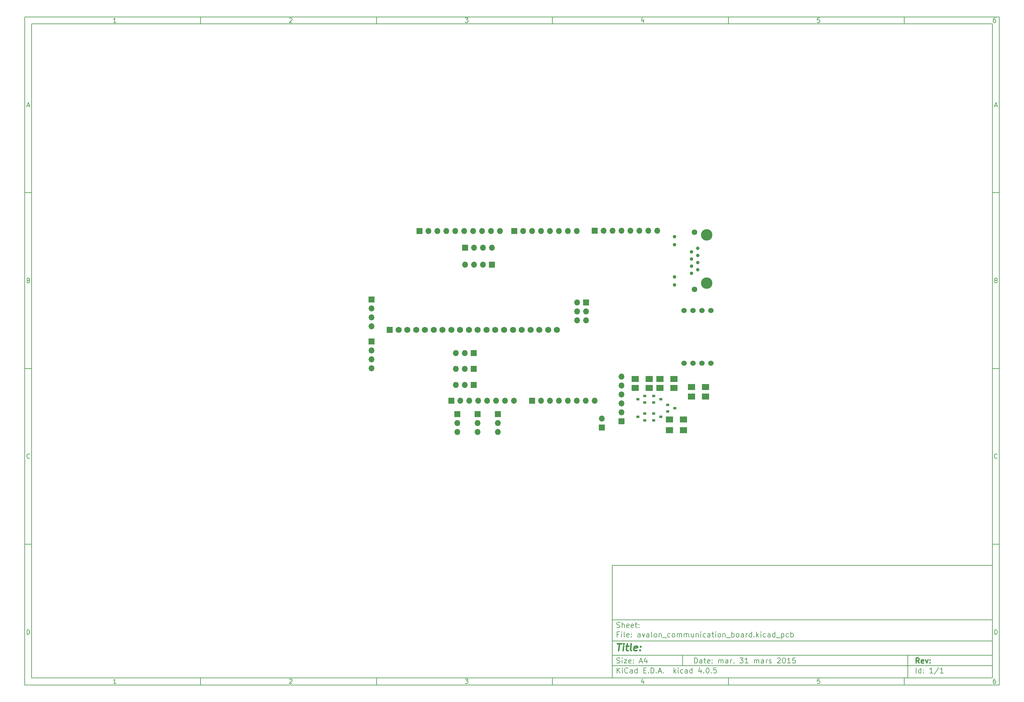
<source format=gbs>
G04 #@! TF.FileFunction,Soldermask,Bot*
%FSLAX46Y46*%
G04 Gerber Fmt 4.6, Leading zero omitted, Abs format (unit mm)*
G04 Created by KiCad (PCBNEW 4.0.5) date 03/17/18 11:36:00*
%MOMM*%
%LPD*%
G01*
G04 APERTURE LIST*
%ADD10C,0.100000*%
%ADD11C,0.150000*%
%ADD12C,0.300000*%
%ADD13C,0.400000*%
%ADD14C,3.250000*%
%ADD15C,1.000000*%
%ADD16C,1.600000*%
%ADD17R,1.700000X1.700000*%
%ADD18O,1.700000X1.700000*%
%ADD19R,1.750000X1.750000*%
%ADD20C,1.750000*%
%ADD21R,0.900000X0.800000*%
%ADD22R,2.000000X1.700000*%
%ADD23C,1.524000*%
G04 APERTURE END LIST*
D10*
D11*
X177002200Y-166007200D02*
X177002200Y-198007200D01*
X285002200Y-198007200D01*
X285002200Y-166007200D01*
X177002200Y-166007200D01*
D10*
D11*
X10000000Y-10000000D02*
X10000000Y-200007200D01*
X287002200Y-200007200D01*
X287002200Y-10000000D01*
X10000000Y-10000000D01*
D10*
D11*
X12000000Y-12000000D02*
X12000000Y-198007200D01*
X285002200Y-198007200D01*
X285002200Y-12000000D01*
X12000000Y-12000000D01*
D10*
D11*
X60000000Y-12000000D02*
X60000000Y-10000000D01*
D10*
D11*
X110000000Y-12000000D02*
X110000000Y-10000000D01*
D10*
D11*
X160000000Y-12000000D02*
X160000000Y-10000000D01*
D10*
D11*
X210000000Y-12000000D02*
X210000000Y-10000000D01*
D10*
D11*
X260000000Y-12000000D02*
X260000000Y-10000000D01*
D10*
D11*
X35990476Y-11588095D02*
X35247619Y-11588095D01*
X35619048Y-11588095D02*
X35619048Y-10288095D01*
X35495238Y-10473810D01*
X35371429Y-10597619D01*
X35247619Y-10659524D01*
D10*
D11*
X85247619Y-10411905D02*
X85309524Y-10350000D01*
X85433333Y-10288095D01*
X85742857Y-10288095D01*
X85866667Y-10350000D01*
X85928571Y-10411905D01*
X85990476Y-10535714D01*
X85990476Y-10659524D01*
X85928571Y-10845238D01*
X85185714Y-11588095D01*
X85990476Y-11588095D01*
D10*
D11*
X135185714Y-10288095D02*
X135990476Y-10288095D01*
X135557143Y-10783333D01*
X135742857Y-10783333D01*
X135866667Y-10845238D01*
X135928571Y-10907143D01*
X135990476Y-11030952D01*
X135990476Y-11340476D01*
X135928571Y-11464286D01*
X135866667Y-11526190D01*
X135742857Y-11588095D01*
X135371429Y-11588095D01*
X135247619Y-11526190D01*
X135185714Y-11464286D01*
D10*
D11*
X185866667Y-10721429D02*
X185866667Y-11588095D01*
X185557143Y-10226190D02*
X185247619Y-11154762D01*
X186052381Y-11154762D01*
D10*
D11*
X235928571Y-10288095D02*
X235309524Y-10288095D01*
X235247619Y-10907143D01*
X235309524Y-10845238D01*
X235433333Y-10783333D01*
X235742857Y-10783333D01*
X235866667Y-10845238D01*
X235928571Y-10907143D01*
X235990476Y-11030952D01*
X235990476Y-11340476D01*
X235928571Y-11464286D01*
X235866667Y-11526190D01*
X235742857Y-11588095D01*
X235433333Y-11588095D01*
X235309524Y-11526190D01*
X235247619Y-11464286D01*
D10*
D11*
X285866667Y-10288095D02*
X285619048Y-10288095D01*
X285495238Y-10350000D01*
X285433333Y-10411905D01*
X285309524Y-10597619D01*
X285247619Y-10845238D01*
X285247619Y-11340476D01*
X285309524Y-11464286D01*
X285371429Y-11526190D01*
X285495238Y-11588095D01*
X285742857Y-11588095D01*
X285866667Y-11526190D01*
X285928571Y-11464286D01*
X285990476Y-11340476D01*
X285990476Y-11030952D01*
X285928571Y-10907143D01*
X285866667Y-10845238D01*
X285742857Y-10783333D01*
X285495238Y-10783333D01*
X285371429Y-10845238D01*
X285309524Y-10907143D01*
X285247619Y-11030952D01*
D10*
D11*
X60000000Y-198007200D02*
X60000000Y-200007200D01*
D10*
D11*
X110000000Y-198007200D02*
X110000000Y-200007200D01*
D10*
D11*
X160000000Y-198007200D02*
X160000000Y-200007200D01*
D10*
D11*
X210000000Y-198007200D02*
X210000000Y-200007200D01*
D10*
D11*
X260000000Y-198007200D02*
X260000000Y-200007200D01*
D10*
D11*
X35990476Y-199595295D02*
X35247619Y-199595295D01*
X35619048Y-199595295D02*
X35619048Y-198295295D01*
X35495238Y-198481010D01*
X35371429Y-198604819D01*
X35247619Y-198666724D01*
D10*
D11*
X85247619Y-198419105D02*
X85309524Y-198357200D01*
X85433333Y-198295295D01*
X85742857Y-198295295D01*
X85866667Y-198357200D01*
X85928571Y-198419105D01*
X85990476Y-198542914D01*
X85990476Y-198666724D01*
X85928571Y-198852438D01*
X85185714Y-199595295D01*
X85990476Y-199595295D01*
D10*
D11*
X135185714Y-198295295D02*
X135990476Y-198295295D01*
X135557143Y-198790533D01*
X135742857Y-198790533D01*
X135866667Y-198852438D01*
X135928571Y-198914343D01*
X135990476Y-199038152D01*
X135990476Y-199347676D01*
X135928571Y-199471486D01*
X135866667Y-199533390D01*
X135742857Y-199595295D01*
X135371429Y-199595295D01*
X135247619Y-199533390D01*
X135185714Y-199471486D01*
D10*
D11*
X185866667Y-198728629D02*
X185866667Y-199595295D01*
X185557143Y-198233390D02*
X185247619Y-199161962D01*
X186052381Y-199161962D01*
D10*
D11*
X235928571Y-198295295D02*
X235309524Y-198295295D01*
X235247619Y-198914343D01*
X235309524Y-198852438D01*
X235433333Y-198790533D01*
X235742857Y-198790533D01*
X235866667Y-198852438D01*
X235928571Y-198914343D01*
X235990476Y-199038152D01*
X235990476Y-199347676D01*
X235928571Y-199471486D01*
X235866667Y-199533390D01*
X235742857Y-199595295D01*
X235433333Y-199595295D01*
X235309524Y-199533390D01*
X235247619Y-199471486D01*
D10*
D11*
X285866667Y-198295295D02*
X285619048Y-198295295D01*
X285495238Y-198357200D01*
X285433333Y-198419105D01*
X285309524Y-198604819D01*
X285247619Y-198852438D01*
X285247619Y-199347676D01*
X285309524Y-199471486D01*
X285371429Y-199533390D01*
X285495238Y-199595295D01*
X285742857Y-199595295D01*
X285866667Y-199533390D01*
X285928571Y-199471486D01*
X285990476Y-199347676D01*
X285990476Y-199038152D01*
X285928571Y-198914343D01*
X285866667Y-198852438D01*
X285742857Y-198790533D01*
X285495238Y-198790533D01*
X285371429Y-198852438D01*
X285309524Y-198914343D01*
X285247619Y-199038152D01*
D10*
D11*
X10000000Y-60000000D02*
X12000000Y-60000000D01*
D10*
D11*
X10000000Y-110000000D02*
X12000000Y-110000000D01*
D10*
D11*
X10000000Y-160000000D02*
X12000000Y-160000000D01*
D10*
D11*
X10690476Y-35216667D02*
X11309524Y-35216667D01*
X10566667Y-35588095D02*
X11000000Y-34288095D01*
X11433333Y-35588095D01*
D10*
D11*
X11092857Y-84907143D02*
X11278571Y-84969048D01*
X11340476Y-85030952D01*
X11402381Y-85154762D01*
X11402381Y-85340476D01*
X11340476Y-85464286D01*
X11278571Y-85526190D01*
X11154762Y-85588095D01*
X10659524Y-85588095D01*
X10659524Y-84288095D01*
X11092857Y-84288095D01*
X11216667Y-84350000D01*
X11278571Y-84411905D01*
X11340476Y-84535714D01*
X11340476Y-84659524D01*
X11278571Y-84783333D01*
X11216667Y-84845238D01*
X11092857Y-84907143D01*
X10659524Y-84907143D01*
D10*
D11*
X11402381Y-135464286D02*
X11340476Y-135526190D01*
X11154762Y-135588095D01*
X11030952Y-135588095D01*
X10845238Y-135526190D01*
X10721429Y-135402381D01*
X10659524Y-135278571D01*
X10597619Y-135030952D01*
X10597619Y-134845238D01*
X10659524Y-134597619D01*
X10721429Y-134473810D01*
X10845238Y-134350000D01*
X11030952Y-134288095D01*
X11154762Y-134288095D01*
X11340476Y-134350000D01*
X11402381Y-134411905D01*
D10*
D11*
X10659524Y-185588095D02*
X10659524Y-184288095D01*
X10969048Y-184288095D01*
X11154762Y-184350000D01*
X11278571Y-184473810D01*
X11340476Y-184597619D01*
X11402381Y-184845238D01*
X11402381Y-185030952D01*
X11340476Y-185278571D01*
X11278571Y-185402381D01*
X11154762Y-185526190D01*
X10969048Y-185588095D01*
X10659524Y-185588095D01*
D10*
D11*
X287002200Y-60000000D02*
X285002200Y-60000000D01*
D10*
D11*
X287002200Y-110000000D02*
X285002200Y-110000000D01*
D10*
D11*
X287002200Y-160000000D02*
X285002200Y-160000000D01*
D10*
D11*
X285692676Y-35216667D02*
X286311724Y-35216667D01*
X285568867Y-35588095D02*
X286002200Y-34288095D01*
X286435533Y-35588095D01*
D10*
D11*
X286095057Y-84907143D02*
X286280771Y-84969048D01*
X286342676Y-85030952D01*
X286404581Y-85154762D01*
X286404581Y-85340476D01*
X286342676Y-85464286D01*
X286280771Y-85526190D01*
X286156962Y-85588095D01*
X285661724Y-85588095D01*
X285661724Y-84288095D01*
X286095057Y-84288095D01*
X286218867Y-84350000D01*
X286280771Y-84411905D01*
X286342676Y-84535714D01*
X286342676Y-84659524D01*
X286280771Y-84783333D01*
X286218867Y-84845238D01*
X286095057Y-84907143D01*
X285661724Y-84907143D01*
D10*
D11*
X286404581Y-135464286D02*
X286342676Y-135526190D01*
X286156962Y-135588095D01*
X286033152Y-135588095D01*
X285847438Y-135526190D01*
X285723629Y-135402381D01*
X285661724Y-135278571D01*
X285599819Y-135030952D01*
X285599819Y-134845238D01*
X285661724Y-134597619D01*
X285723629Y-134473810D01*
X285847438Y-134350000D01*
X286033152Y-134288095D01*
X286156962Y-134288095D01*
X286342676Y-134350000D01*
X286404581Y-134411905D01*
D10*
D11*
X285661724Y-185588095D02*
X285661724Y-184288095D01*
X285971248Y-184288095D01*
X286156962Y-184350000D01*
X286280771Y-184473810D01*
X286342676Y-184597619D01*
X286404581Y-184845238D01*
X286404581Y-185030952D01*
X286342676Y-185278571D01*
X286280771Y-185402381D01*
X286156962Y-185526190D01*
X285971248Y-185588095D01*
X285661724Y-185588095D01*
D10*
D11*
X200359343Y-193785771D02*
X200359343Y-192285771D01*
X200716486Y-192285771D01*
X200930771Y-192357200D01*
X201073629Y-192500057D01*
X201145057Y-192642914D01*
X201216486Y-192928629D01*
X201216486Y-193142914D01*
X201145057Y-193428629D01*
X201073629Y-193571486D01*
X200930771Y-193714343D01*
X200716486Y-193785771D01*
X200359343Y-193785771D01*
X202502200Y-193785771D02*
X202502200Y-193000057D01*
X202430771Y-192857200D01*
X202287914Y-192785771D01*
X202002200Y-192785771D01*
X201859343Y-192857200D01*
X202502200Y-193714343D02*
X202359343Y-193785771D01*
X202002200Y-193785771D01*
X201859343Y-193714343D01*
X201787914Y-193571486D01*
X201787914Y-193428629D01*
X201859343Y-193285771D01*
X202002200Y-193214343D01*
X202359343Y-193214343D01*
X202502200Y-193142914D01*
X203002200Y-192785771D02*
X203573629Y-192785771D01*
X203216486Y-192285771D02*
X203216486Y-193571486D01*
X203287914Y-193714343D01*
X203430772Y-193785771D01*
X203573629Y-193785771D01*
X204645057Y-193714343D02*
X204502200Y-193785771D01*
X204216486Y-193785771D01*
X204073629Y-193714343D01*
X204002200Y-193571486D01*
X204002200Y-193000057D01*
X204073629Y-192857200D01*
X204216486Y-192785771D01*
X204502200Y-192785771D01*
X204645057Y-192857200D01*
X204716486Y-193000057D01*
X204716486Y-193142914D01*
X204002200Y-193285771D01*
X205359343Y-193642914D02*
X205430771Y-193714343D01*
X205359343Y-193785771D01*
X205287914Y-193714343D01*
X205359343Y-193642914D01*
X205359343Y-193785771D01*
X205359343Y-192857200D02*
X205430771Y-192928629D01*
X205359343Y-193000057D01*
X205287914Y-192928629D01*
X205359343Y-192857200D01*
X205359343Y-193000057D01*
X207216486Y-193785771D02*
X207216486Y-192785771D01*
X207216486Y-192928629D02*
X207287914Y-192857200D01*
X207430772Y-192785771D01*
X207645057Y-192785771D01*
X207787914Y-192857200D01*
X207859343Y-193000057D01*
X207859343Y-193785771D01*
X207859343Y-193000057D02*
X207930772Y-192857200D01*
X208073629Y-192785771D01*
X208287914Y-192785771D01*
X208430772Y-192857200D01*
X208502200Y-193000057D01*
X208502200Y-193785771D01*
X209859343Y-193785771D02*
X209859343Y-193000057D01*
X209787914Y-192857200D01*
X209645057Y-192785771D01*
X209359343Y-192785771D01*
X209216486Y-192857200D01*
X209859343Y-193714343D02*
X209716486Y-193785771D01*
X209359343Y-193785771D01*
X209216486Y-193714343D01*
X209145057Y-193571486D01*
X209145057Y-193428629D01*
X209216486Y-193285771D01*
X209359343Y-193214343D01*
X209716486Y-193214343D01*
X209859343Y-193142914D01*
X210573629Y-193785771D02*
X210573629Y-192785771D01*
X210573629Y-193071486D02*
X210645057Y-192928629D01*
X210716486Y-192857200D01*
X210859343Y-192785771D01*
X211002200Y-192785771D01*
X211502200Y-193642914D02*
X211573628Y-193714343D01*
X211502200Y-193785771D01*
X211430771Y-193714343D01*
X211502200Y-193642914D01*
X211502200Y-193785771D01*
X213216486Y-192285771D02*
X214145057Y-192285771D01*
X213645057Y-192857200D01*
X213859343Y-192857200D01*
X214002200Y-192928629D01*
X214073629Y-193000057D01*
X214145057Y-193142914D01*
X214145057Y-193500057D01*
X214073629Y-193642914D01*
X214002200Y-193714343D01*
X213859343Y-193785771D01*
X213430771Y-193785771D01*
X213287914Y-193714343D01*
X213216486Y-193642914D01*
X215573628Y-193785771D02*
X214716485Y-193785771D01*
X215145057Y-193785771D02*
X215145057Y-192285771D01*
X215002200Y-192500057D01*
X214859342Y-192642914D01*
X214716485Y-192714343D01*
X217359342Y-193785771D02*
X217359342Y-192785771D01*
X217359342Y-192928629D02*
X217430770Y-192857200D01*
X217573628Y-192785771D01*
X217787913Y-192785771D01*
X217930770Y-192857200D01*
X218002199Y-193000057D01*
X218002199Y-193785771D01*
X218002199Y-193000057D02*
X218073628Y-192857200D01*
X218216485Y-192785771D01*
X218430770Y-192785771D01*
X218573628Y-192857200D01*
X218645056Y-193000057D01*
X218645056Y-193785771D01*
X220002199Y-193785771D02*
X220002199Y-193000057D01*
X219930770Y-192857200D01*
X219787913Y-192785771D01*
X219502199Y-192785771D01*
X219359342Y-192857200D01*
X220002199Y-193714343D02*
X219859342Y-193785771D01*
X219502199Y-193785771D01*
X219359342Y-193714343D01*
X219287913Y-193571486D01*
X219287913Y-193428629D01*
X219359342Y-193285771D01*
X219502199Y-193214343D01*
X219859342Y-193214343D01*
X220002199Y-193142914D01*
X220716485Y-193785771D02*
X220716485Y-192785771D01*
X220716485Y-193071486D02*
X220787913Y-192928629D01*
X220859342Y-192857200D01*
X221002199Y-192785771D01*
X221145056Y-192785771D01*
X221573627Y-193714343D02*
X221716484Y-193785771D01*
X222002199Y-193785771D01*
X222145056Y-193714343D01*
X222216484Y-193571486D01*
X222216484Y-193500057D01*
X222145056Y-193357200D01*
X222002199Y-193285771D01*
X221787913Y-193285771D01*
X221645056Y-193214343D01*
X221573627Y-193071486D01*
X221573627Y-193000057D01*
X221645056Y-192857200D01*
X221787913Y-192785771D01*
X222002199Y-192785771D01*
X222145056Y-192857200D01*
X223930770Y-192428629D02*
X224002199Y-192357200D01*
X224145056Y-192285771D01*
X224502199Y-192285771D01*
X224645056Y-192357200D01*
X224716485Y-192428629D01*
X224787913Y-192571486D01*
X224787913Y-192714343D01*
X224716485Y-192928629D01*
X223859342Y-193785771D01*
X224787913Y-193785771D01*
X225716484Y-192285771D02*
X225859341Y-192285771D01*
X226002198Y-192357200D01*
X226073627Y-192428629D01*
X226145056Y-192571486D01*
X226216484Y-192857200D01*
X226216484Y-193214343D01*
X226145056Y-193500057D01*
X226073627Y-193642914D01*
X226002198Y-193714343D01*
X225859341Y-193785771D01*
X225716484Y-193785771D01*
X225573627Y-193714343D01*
X225502198Y-193642914D01*
X225430770Y-193500057D01*
X225359341Y-193214343D01*
X225359341Y-192857200D01*
X225430770Y-192571486D01*
X225502198Y-192428629D01*
X225573627Y-192357200D01*
X225716484Y-192285771D01*
X227645055Y-193785771D02*
X226787912Y-193785771D01*
X227216484Y-193785771D02*
X227216484Y-192285771D01*
X227073627Y-192500057D01*
X226930769Y-192642914D01*
X226787912Y-192714343D01*
X229002198Y-192285771D02*
X228287912Y-192285771D01*
X228216483Y-193000057D01*
X228287912Y-192928629D01*
X228430769Y-192857200D01*
X228787912Y-192857200D01*
X228930769Y-192928629D01*
X229002198Y-193000057D01*
X229073626Y-193142914D01*
X229073626Y-193500057D01*
X229002198Y-193642914D01*
X228930769Y-193714343D01*
X228787912Y-193785771D01*
X228430769Y-193785771D01*
X228287912Y-193714343D01*
X228216483Y-193642914D01*
D10*
D11*
X177002200Y-194507200D02*
X285002200Y-194507200D01*
D10*
D11*
X178359343Y-196585771D02*
X178359343Y-195085771D01*
X179216486Y-196585771D02*
X178573629Y-195728629D01*
X179216486Y-195085771D02*
X178359343Y-195942914D01*
X179859343Y-196585771D02*
X179859343Y-195585771D01*
X179859343Y-195085771D02*
X179787914Y-195157200D01*
X179859343Y-195228629D01*
X179930771Y-195157200D01*
X179859343Y-195085771D01*
X179859343Y-195228629D01*
X181430772Y-196442914D02*
X181359343Y-196514343D01*
X181145057Y-196585771D01*
X181002200Y-196585771D01*
X180787915Y-196514343D01*
X180645057Y-196371486D01*
X180573629Y-196228629D01*
X180502200Y-195942914D01*
X180502200Y-195728629D01*
X180573629Y-195442914D01*
X180645057Y-195300057D01*
X180787915Y-195157200D01*
X181002200Y-195085771D01*
X181145057Y-195085771D01*
X181359343Y-195157200D01*
X181430772Y-195228629D01*
X182716486Y-196585771D02*
X182716486Y-195800057D01*
X182645057Y-195657200D01*
X182502200Y-195585771D01*
X182216486Y-195585771D01*
X182073629Y-195657200D01*
X182716486Y-196514343D02*
X182573629Y-196585771D01*
X182216486Y-196585771D01*
X182073629Y-196514343D01*
X182002200Y-196371486D01*
X182002200Y-196228629D01*
X182073629Y-196085771D01*
X182216486Y-196014343D01*
X182573629Y-196014343D01*
X182716486Y-195942914D01*
X184073629Y-196585771D02*
X184073629Y-195085771D01*
X184073629Y-196514343D02*
X183930772Y-196585771D01*
X183645058Y-196585771D01*
X183502200Y-196514343D01*
X183430772Y-196442914D01*
X183359343Y-196300057D01*
X183359343Y-195871486D01*
X183430772Y-195728629D01*
X183502200Y-195657200D01*
X183645058Y-195585771D01*
X183930772Y-195585771D01*
X184073629Y-195657200D01*
X185930772Y-195800057D02*
X186430772Y-195800057D01*
X186645058Y-196585771D02*
X185930772Y-196585771D01*
X185930772Y-195085771D01*
X186645058Y-195085771D01*
X187287915Y-196442914D02*
X187359343Y-196514343D01*
X187287915Y-196585771D01*
X187216486Y-196514343D01*
X187287915Y-196442914D01*
X187287915Y-196585771D01*
X188002201Y-196585771D02*
X188002201Y-195085771D01*
X188359344Y-195085771D01*
X188573629Y-195157200D01*
X188716487Y-195300057D01*
X188787915Y-195442914D01*
X188859344Y-195728629D01*
X188859344Y-195942914D01*
X188787915Y-196228629D01*
X188716487Y-196371486D01*
X188573629Y-196514343D01*
X188359344Y-196585771D01*
X188002201Y-196585771D01*
X189502201Y-196442914D02*
X189573629Y-196514343D01*
X189502201Y-196585771D01*
X189430772Y-196514343D01*
X189502201Y-196442914D01*
X189502201Y-196585771D01*
X190145058Y-196157200D02*
X190859344Y-196157200D01*
X190002201Y-196585771D02*
X190502201Y-195085771D01*
X191002201Y-196585771D01*
X191502201Y-196442914D02*
X191573629Y-196514343D01*
X191502201Y-196585771D01*
X191430772Y-196514343D01*
X191502201Y-196442914D01*
X191502201Y-196585771D01*
X194502201Y-196585771D02*
X194502201Y-195085771D01*
X194645058Y-196014343D02*
X195073629Y-196585771D01*
X195073629Y-195585771D02*
X194502201Y-196157200D01*
X195716487Y-196585771D02*
X195716487Y-195585771D01*
X195716487Y-195085771D02*
X195645058Y-195157200D01*
X195716487Y-195228629D01*
X195787915Y-195157200D01*
X195716487Y-195085771D01*
X195716487Y-195228629D01*
X197073630Y-196514343D02*
X196930773Y-196585771D01*
X196645059Y-196585771D01*
X196502201Y-196514343D01*
X196430773Y-196442914D01*
X196359344Y-196300057D01*
X196359344Y-195871486D01*
X196430773Y-195728629D01*
X196502201Y-195657200D01*
X196645059Y-195585771D01*
X196930773Y-195585771D01*
X197073630Y-195657200D01*
X198359344Y-196585771D02*
X198359344Y-195800057D01*
X198287915Y-195657200D01*
X198145058Y-195585771D01*
X197859344Y-195585771D01*
X197716487Y-195657200D01*
X198359344Y-196514343D02*
X198216487Y-196585771D01*
X197859344Y-196585771D01*
X197716487Y-196514343D01*
X197645058Y-196371486D01*
X197645058Y-196228629D01*
X197716487Y-196085771D01*
X197859344Y-196014343D01*
X198216487Y-196014343D01*
X198359344Y-195942914D01*
X199716487Y-196585771D02*
X199716487Y-195085771D01*
X199716487Y-196514343D02*
X199573630Y-196585771D01*
X199287916Y-196585771D01*
X199145058Y-196514343D01*
X199073630Y-196442914D01*
X199002201Y-196300057D01*
X199002201Y-195871486D01*
X199073630Y-195728629D01*
X199145058Y-195657200D01*
X199287916Y-195585771D01*
X199573630Y-195585771D01*
X199716487Y-195657200D01*
X202216487Y-195585771D02*
X202216487Y-196585771D01*
X201859344Y-195014343D02*
X201502201Y-196085771D01*
X202430773Y-196085771D01*
X203002201Y-196442914D02*
X203073629Y-196514343D01*
X203002201Y-196585771D01*
X202930772Y-196514343D01*
X203002201Y-196442914D01*
X203002201Y-196585771D01*
X204002201Y-195085771D02*
X204145058Y-195085771D01*
X204287915Y-195157200D01*
X204359344Y-195228629D01*
X204430773Y-195371486D01*
X204502201Y-195657200D01*
X204502201Y-196014343D01*
X204430773Y-196300057D01*
X204359344Y-196442914D01*
X204287915Y-196514343D01*
X204145058Y-196585771D01*
X204002201Y-196585771D01*
X203859344Y-196514343D01*
X203787915Y-196442914D01*
X203716487Y-196300057D01*
X203645058Y-196014343D01*
X203645058Y-195657200D01*
X203716487Y-195371486D01*
X203787915Y-195228629D01*
X203859344Y-195157200D01*
X204002201Y-195085771D01*
X205145058Y-196442914D02*
X205216486Y-196514343D01*
X205145058Y-196585771D01*
X205073629Y-196514343D01*
X205145058Y-196442914D01*
X205145058Y-196585771D01*
X206573630Y-195085771D02*
X205859344Y-195085771D01*
X205787915Y-195800057D01*
X205859344Y-195728629D01*
X206002201Y-195657200D01*
X206359344Y-195657200D01*
X206502201Y-195728629D01*
X206573630Y-195800057D01*
X206645058Y-195942914D01*
X206645058Y-196300057D01*
X206573630Y-196442914D01*
X206502201Y-196514343D01*
X206359344Y-196585771D01*
X206002201Y-196585771D01*
X205859344Y-196514343D01*
X205787915Y-196442914D01*
D10*
D11*
X177002200Y-191507200D02*
X285002200Y-191507200D01*
D10*
D12*
X264216486Y-193785771D02*
X263716486Y-193071486D01*
X263359343Y-193785771D02*
X263359343Y-192285771D01*
X263930771Y-192285771D01*
X264073629Y-192357200D01*
X264145057Y-192428629D01*
X264216486Y-192571486D01*
X264216486Y-192785771D01*
X264145057Y-192928629D01*
X264073629Y-193000057D01*
X263930771Y-193071486D01*
X263359343Y-193071486D01*
X265430771Y-193714343D02*
X265287914Y-193785771D01*
X265002200Y-193785771D01*
X264859343Y-193714343D01*
X264787914Y-193571486D01*
X264787914Y-193000057D01*
X264859343Y-192857200D01*
X265002200Y-192785771D01*
X265287914Y-192785771D01*
X265430771Y-192857200D01*
X265502200Y-193000057D01*
X265502200Y-193142914D01*
X264787914Y-193285771D01*
X266002200Y-192785771D02*
X266359343Y-193785771D01*
X266716485Y-192785771D01*
X267287914Y-193642914D02*
X267359342Y-193714343D01*
X267287914Y-193785771D01*
X267216485Y-193714343D01*
X267287914Y-193642914D01*
X267287914Y-193785771D01*
X267287914Y-192857200D02*
X267359342Y-192928629D01*
X267287914Y-193000057D01*
X267216485Y-192928629D01*
X267287914Y-192857200D01*
X267287914Y-193000057D01*
D10*
D11*
X178287914Y-193714343D02*
X178502200Y-193785771D01*
X178859343Y-193785771D01*
X179002200Y-193714343D01*
X179073629Y-193642914D01*
X179145057Y-193500057D01*
X179145057Y-193357200D01*
X179073629Y-193214343D01*
X179002200Y-193142914D01*
X178859343Y-193071486D01*
X178573629Y-193000057D01*
X178430771Y-192928629D01*
X178359343Y-192857200D01*
X178287914Y-192714343D01*
X178287914Y-192571486D01*
X178359343Y-192428629D01*
X178430771Y-192357200D01*
X178573629Y-192285771D01*
X178930771Y-192285771D01*
X179145057Y-192357200D01*
X179787914Y-193785771D02*
X179787914Y-192785771D01*
X179787914Y-192285771D02*
X179716485Y-192357200D01*
X179787914Y-192428629D01*
X179859342Y-192357200D01*
X179787914Y-192285771D01*
X179787914Y-192428629D01*
X180359343Y-192785771D02*
X181145057Y-192785771D01*
X180359343Y-193785771D01*
X181145057Y-193785771D01*
X182287914Y-193714343D02*
X182145057Y-193785771D01*
X181859343Y-193785771D01*
X181716486Y-193714343D01*
X181645057Y-193571486D01*
X181645057Y-193000057D01*
X181716486Y-192857200D01*
X181859343Y-192785771D01*
X182145057Y-192785771D01*
X182287914Y-192857200D01*
X182359343Y-193000057D01*
X182359343Y-193142914D01*
X181645057Y-193285771D01*
X183002200Y-193642914D02*
X183073628Y-193714343D01*
X183002200Y-193785771D01*
X182930771Y-193714343D01*
X183002200Y-193642914D01*
X183002200Y-193785771D01*
X183002200Y-192857200D02*
X183073628Y-192928629D01*
X183002200Y-193000057D01*
X182930771Y-192928629D01*
X183002200Y-192857200D01*
X183002200Y-193000057D01*
X184787914Y-193357200D02*
X185502200Y-193357200D01*
X184645057Y-193785771D02*
X185145057Y-192285771D01*
X185645057Y-193785771D01*
X186787914Y-192785771D02*
X186787914Y-193785771D01*
X186430771Y-192214343D02*
X186073628Y-193285771D01*
X187002200Y-193285771D01*
D10*
D11*
X263359343Y-196585771D02*
X263359343Y-195085771D01*
X264716486Y-196585771D02*
X264716486Y-195085771D01*
X264716486Y-196514343D02*
X264573629Y-196585771D01*
X264287915Y-196585771D01*
X264145057Y-196514343D01*
X264073629Y-196442914D01*
X264002200Y-196300057D01*
X264002200Y-195871486D01*
X264073629Y-195728629D01*
X264145057Y-195657200D01*
X264287915Y-195585771D01*
X264573629Y-195585771D01*
X264716486Y-195657200D01*
X265430772Y-196442914D02*
X265502200Y-196514343D01*
X265430772Y-196585771D01*
X265359343Y-196514343D01*
X265430772Y-196442914D01*
X265430772Y-196585771D01*
X265430772Y-195657200D02*
X265502200Y-195728629D01*
X265430772Y-195800057D01*
X265359343Y-195728629D01*
X265430772Y-195657200D01*
X265430772Y-195800057D01*
X268073629Y-196585771D02*
X267216486Y-196585771D01*
X267645058Y-196585771D02*
X267645058Y-195085771D01*
X267502201Y-195300057D01*
X267359343Y-195442914D01*
X267216486Y-195514343D01*
X269787914Y-195014343D02*
X268502200Y-196942914D01*
X271073629Y-196585771D02*
X270216486Y-196585771D01*
X270645058Y-196585771D02*
X270645058Y-195085771D01*
X270502201Y-195300057D01*
X270359343Y-195442914D01*
X270216486Y-195514343D01*
D10*
D11*
X177002200Y-187507200D02*
X285002200Y-187507200D01*
D10*
D13*
X178454581Y-188211962D02*
X179597438Y-188211962D01*
X178776010Y-190211962D02*
X179026010Y-188211962D01*
X180014105Y-190211962D02*
X180180771Y-188878629D01*
X180264105Y-188211962D02*
X180156962Y-188307200D01*
X180240295Y-188402438D01*
X180347439Y-188307200D01*
X180264105Y-188211962D01*
X180240295Y-188402438D01*
X180847438Y-188878629D02*
X181609343Y-188878629D01*
X181216486Y-188211962D02*
X181002200Y-189926248D01*
X181073630Y-190116724D01*
X181252201Y-190211962D01*
X181442677Y-190211962D01*
X182395058Y-190211962D02*
X182216487Y-190116724D01*
X182145057Y-189926248D01*
X182359343Y-188211962D01*
X183930772Y-190116724D02*
X183728391Y-190211962D01*
X183347439Y-190211962D01*
X183168867Y-190116724D01*
X183097438Y-189926248D01*
X183192676Y-189164343D01*
X183311724Y-188973867D01*
X183514105Y-188878629D01*
X183895057Y-188878629D01*
X184073629Y-188973867D01*
X184145057Y-189164343D01*
X184121248Y-189354819D01*
X183145057Y-189545295D01*
X184895057Y-190021486D02*
X184978392Y-190116724D01*
X184871248Y-190211962D01*
X184787915Y-190116724D01*
X184895057Y-190021486D01*
X184871248Y-190211962D01*
X185026010Y-188973867D02*
X185109344Y-189069105D01*
X185002200Y-189164343D01*
X184918867Y-189069105D01*
X185026010Y-188973867D01*
X185002200Y-189164343D01*
D10*
D11*
X178859343Y-185600057D02*
X178359343Y-185600057D01*
X178359343Y-186385771D02*
X178359343Y-184885771D01*
X179073629Y-184885771D01*
X179645057Y-186385771D02*
X179645057Y-185385771D01*
X179645057Y-184885771D02*
X179573628Y-184957200D01*
X179645057Y-185028629D01*
X179716485Y-184957200D01*
X179645057Y-184885771D01*
X179645057Y-185028629D01*
X180573629Y-186385771D02*
X180430771Y-186314343D01*
X180359343Y-186171486D01*
X180359343Y-184885771D01*
X181716485Y-186314343D02*
X181573628Y-186385771D01*
X181287914Y-186385771D01*
X181145057Y-186314343D01*
X181073628Y-186171486D01*
X181073628Y-185600057D01*
X181145057Y-185457200D01*
X181287914Y-185385771D01*
X181573628Y-185385771D01*
X181716485Y-185457200D01*
X181787914Y-185600057D01*
X181787914Y-185742914D01*
X181073628Y-185885771D01*
X182430771Y-186242914D02*
X182502199Y-186314343D01*
X182430771Y-186385771D01*
X182359342Y-186314343D01*
X182430771Y-186242914D01*
X182430771Y-186385771D01*
X182430771Y-185457200D02*
X182502199Y-185528629D01*
X182430771Y-185600057D01*
X182359342Y-185528629D01*
X182430771Y-185457200D01*
X182430771Y-185600057D01*
X184930771Y-186385771D02*
X184930771Y-185600057D01*
X184859342Y-185457200D01*
X184716485Y-185385771D01*
X184430771Y-185385771D01*
X184287914Y-185457200D01*
X184930771Y-186314343D02*
X184787914Y-186385771D01*
X184430771Y-186385771D01*
X184287914Y-186314343D01*
X184216485Y-186171486D01*
X184216485Y-186028629D01*
X184287914Y-185885771D01*
X184430771Y-185814343D01*
X184787914Y-185814343D01*
X184930771Y-185742914D01*
X185502200Y-185385771D02*
X185859343Y-186385771D01*
X186216485Y-185385771D01*
X187430771Y-186385771D02*
X187430771Y-185600057D01*
X187359342Y-185457200D01*
X187216485Y-185385771D01*
X186930771Y-185385771D01*
X186787914Y-185457200D01*
X187430771Y-186314343D02*
X187287914Y-186385771D01*
X186930771Y-186385771D01*
X186787914Y-186314343D01*
X186716485Y-186171486D01*
X186716485Y-186028629D01*
X186787914Y-185885771D01*
X186930771Y-185814343D01*
X187287914Y-185814343D01*
X187430771Y-185742914D01*
X188359343Y-186385771D02*
X188216485Y-186314343D01*
X188145057Y-186171486D01*
X188145057Y-184885771D01*
X189145057Y-186385771D02*
X189002199Y-186314343D01*
X188930771Y-186242914D01*
X188859342Y-186100057D01*
X188859342Y-185671486D01*
X188930771Y-185528629D01*
X189002199Y-185457200D01*
X189145057Y-185385771D01*
X189359342Y-185385771D01*
X189502199Y-185457200D01*
X189573628Y-185528629D01*
X189645057Y-185671486D01*
X189645057Y-186100057D01*
X189573628Y-186242914D01*
X189502199Y-186314343D01*
X189359342Y-186385771D01*
X189145057Y-186385771D01*
X190287914Y-185385771D02*
X190287914Y-186385771D01*
X190287914Y-185528629D02*
X190359342Y-185457200D01*
X190502200Y-185385771D01*
X190716485Y-185385771D01*
X190859342Y-185457200D01*
X190930771Y-185600057D01*
X190930771Y-186385771D01*
X191287914Y-186528629D02*
X192430771Y-186528629D01*
X193430771Y-186314343D02*
X193287914Y-186385771D01*
X193002200Y-186385771D01*
X192859342Y-186314343D01*
X192787914Y-186242914D01*
X192716485Y-186100057D01*
X192716485Y-185671486D01*
X192787914Y-185528629D01*
X192859342Y-185457200D01*
X193002200Y-185385771D01*
X193287914Y-185385771D01*
X193430771Y-185457200D01*
X194287914Y-186385771D02*
X194145056Y-186314343D01*
X194073628Y-186242914D01*
X194002199Y-186100057D01*
X194002199Y-185671486D01*
X194073628Y-185528629D01*
X194145056Y-185457200D01*
X194287914Y-185385771D01*
X194502199Y-185385771D01*
X194645056Y-185457200D01*
X194716485Y-185528629D01*
X194787914Y-185671486D01*
X194787914Y-186100057D01*
X194716485Y-186242914D01*
X194645056Y-186314343D01*
X194502199Y-186385771D01*
X194287914Y-186385771D01*
X195430771Y-186385771D02*
X195430771Y-185385771D01*
X195430771Y-185528629D02*
X195502199Y-185457200D01*
X195645057Y-185385771D01*
X195859342Y-185385771D01*
X196002199Y-185457200D01*
X196073628Y-185600057D01*
X196073628Y-186385771D01*
X196073628Y-185600057D02*
X196145057Y-185457200D01*
X196287914Y-185385771D01*
X196502199Y-185385771D01*
X196645057Y-185457200D01*
X196716485Y-185600057D01*
X196716485Y-186385771D01*
X197430771Y-186385771D02*
X197430771Y-185385771D01*
X197430771Y-185528629D02*
X197502199Y-185457200D01*
X197645057Y-185385771D01*
X197859342Y-185385771D01*
X198002199Y-185457200D01*
X198073628Y-185600057D01*
X198073628Y-186385771D01*
X198073628Y-185600057D02*
X198145057Y-185457200D01*
X198287914Y-185385771D01*
X198502199Y-185385771D01*
X198645057Y-185457200D01*
X198716485Y-185600057D01*
X198716485Y-186385771D01*
X200073628Y-185385771D02*
X200073628Y-186385771D01*
X199430771Y-185385771D02*
X199430771Y-186171486D01*
X199502199Y-186314343D01*
X199645057Y-186385771D01*
X199859342Y-186385771D01*
X200002199Y-186314343D01*
X200073628Y-186242914D01*
X200787914Y-185385771D02*
X200787914Y-186385771D01*
X200787914Y-185528629D02*
X200859342Y-185457200D01*
X201002200Y-185385771D01*
X201216485Y-185385771D01*
X201359342Y-185457200D01*
X201430771Y-185600057D01*
X201430771Y-186385771D01*
X202145057Y-186385771D02*
X202145057Y-185385771D01*
X202145057Y-184885771D02*
X202073628Y-184957200D01*
X202145057Y-185028629D01*
X202216485Y-184957200D01*
X202145057Y-184885771D01*
X202145057Y-185028629D01*
X203502200Y-186314343D02*
X203359343Y-186385771D01*
X203073629Y-186385771D01*
X202930771Y-186314343D01*
X202859343Y-186242914D01*
X202787914Y-186100057D01*
X202787914Y-185671486D01*
X202859343Y-185528629D01*
X202930771Y-185457200D01*
X203073629Y-185385771D01*
X203359343Y-185385771D01*
X203502200Y-185457200D01*
X204787914Y-186385771D02*
X204787914Y-185600057D01*
X204716485Y-185457200D01*
X204573628Y-185385771D01*
X204287914Y-185385771D01*
X204145057Y-185457200D01*
X204787914Y-186314343D02*
X204645057Y-186385771D01*
X204287914Y-186385771D01*
X204145057Y-186314343D01*
X204073628Y-186171486D01*
X204073628Y-186028629D01*
X204145057Y-185885771D01*
X204287914Y-185814343D01*
X204645057Y-185814343D01*
X204787914Y-185742914D01*
X205287914Y-185385771D02*
X205859343Y-185385771D01*
X205502200Y-184885771D02*
X205502200Y-186171486D01*
X205573628Y-186314343D01*
X205716486Y-186385771D01*
X205859343Y-186385771D01*
X206359343Y-186385771D02*
X206359343Y-185385771D01*
X206359343Y-184885771D02*
X206287914Y-184957200D01*
X206359343Y-185028629D01*
X206430771Y-184957200D01*
X206359343Y-184885771D01*
X206359343Y-185028629D01*
X207287915Y-186385771D02*
X207145057Y-186314343D01*
X207073629Y-186242914D01*
X207002200Y-186100057D01*
X207002200Y-185671486D01*
X207073629Y-185528629D01*
X207145057Y-185457200D01*
X207287915Y-185385771D01*
X207502200Y-185385771D01*
X207645057Y-185457200D01*
X207716486Y-185528629D01*
X207787915Y-185671486D01*
X207787915Y-186100057D01*
X207716486Y-186242914D01*
X207645057Y-186314343D01*
X207502200Y-186385771D01*
X207287915Y-186385771D01*
X208430772Y-185385771D02*
X208430772Y-186385771D01*
X208430772Y-185528629D02*
X208502200Y-185457200D01*
X208645058Y-185385771D01*
X208859343Y-185385771D01*
X209002200Y-185457200D01*
X209073629Y-185600057D01*
X209073629Y-186385771D01*
X209430772Y-186528629D02*
X210573629Y-186528629D01*
X210930772Y-186385771D02*
X210930772Y-184885771D01*
X210930772Y-185457200D02*
X211073629Y-185385771D01*
X211359343Y-185385771D01*
X211502200Y-185457200D01*
X211573629Y-185528629D01*
X211645058Y-185671486D01*
X211645058Y-186100057D01*
X211573629Y-186242914D01*
X211502200Y-186314343D01*
X211359343Y-186385771D01*
X211073629Y-186385771D01*
X210930772Y-186314343D01*
X212502201Y-186385771D02*
X212359343Y-186314343D01*
X212287915Y-186242914D01*
X212216486Y-186100057D01*
X212216486Y-185671486D01*
X212287915Y-185528629D01*
X212359343Y-185457200D01*
X212502201Y-185385771D01*
X212716486Y-185385771D01*
X212859343Y-185457200D01*
X212930772Y-185528629D01*
X213002201Y-185671486D01*
X213002201Y-186100057D01*
X212930772Y-186242914D01*
X212859343Y-186314343D01*
X212716486Y-186385771D01*
X212502201Y-186385771D01*
X214287915Y-186385771D02*
X214287915Y-185600057D01*
X214216486Y-185457200D01*
X214073629Y-185385771D01*
X213787915Y-185385771D01*
X213645058Y-185457200D01*
X214287915Y-186314343D02*
X214145058Y-186385771D01*
X213787915Y-186385771D01*
X213645058Y-186314343D01*
X213573629Y-186171486D01*
X213573629Y-186028629D01*
X213645058Y-185885771D01*
X213787915Y-185814343D01*
X214145058Y-185814343D01*
X214287915Y-185742914D01*
X215002201Y-186385771D02*
X215002201Y-185385771D01*
X215002201Y-185671486D02*
X215073629Y-185528629D01*
X215145058Y-185457200D01*
X215287915Y-185385771D01*
X215430772Y-185385771D01*
X216573629Y-186385771D02*
X216573629Y-184885771D01*
X216573629Y-186314343D02*
X216430772Y-186385771D01*
X216145058Y-186385771D01*
X216002200Y-186314343D01*
X215930772Y-186242914D01*
X215859343Y-186100057D01*
X215859343Y-185671486D01*
X215930772Y-185528629D01*
X216002200Y-185457200D01*
X216145058Y-185385771D01*
X216430772Y-185385771D01*
X216573629Y-185457200D01*
X217287915Y-186242914D02*
X217359343Y-186314343D01*
X217287915Y-186385771D01*
X217216486Y-186314343D01*
X217287915Y-186242914D01*
X217287915Y-186385771D01*
X218002201Y-186385771D02*
X218002201Y-184885771D01*
X218145058Y-185814343D02*
X218573629Y-186385771D01*
X218573629Y-185385771D02*
X218002201Y-185957200D01*
X219216487Y-186385771D02*
X219216487Y-185385771D01*
X219216487Y-184885771D02*
X219145058Y-184957200D01*
X219216487Y-185028629D01*
X219287915Y-184957200D01*
X219216487Y-184885771D01*
X219216487Y-185028629D01*
X220573630Y-186314343D02*
X220430773Y-186385771D01*
X220145059Y-186385771D01*
X220002201Y-186314343D01*
X219930773Y-186242914D01*
X219859344Y-186100057D01*
X219859344Y-185671486D01*
X219930773Y-185528629D01*
X220002201Y-185457200D01*
X220145059Y-185385771D01*
X220430773Y-185385771D01*
X220573630Y-185457200D01*
X221859344Y-186385771D02*
X221859344Y-185600057D01*
X221787915Y-185457200D01*
X221645058Y-185385771D01*
X221359344Y-185385771D01*
X221216487Y-185457200D01*
X221859344Y-186314343D02*
X221716487Y-186385771D01*
X221359344Y-186385771D01*
X221216487Y-186314343D01*
X221145058Y-186171486D01*
X221145058Y-186028629D01*
X221216487Y-185885771D01*
X221359344Y-185814343D01*
X221716487Y-185814343D01*
X221859344Y-185742914D01*
X223216487Y-186385771D02*
X223216487Y-184885771D01*
X223216487Y-186314343D02*
X223073630Y-186385771D01*
X222787916Y-186385771D01*
X222645058Y-186314343D01*
X222573630Y-186242914D01*
X222502201Y-186100057D01*
X222502201Y-185671486D01*
X222573630Y-185528629D01*
X222645058Y-185457200D01*
X222787916Y-185385771D01*
X223073630Y-185385771D01*
X223216487Y-185457200D01*
X223573630Y-186528629D02*
X224716487Y-186528629D01*
X225073630Y-185385771D02*
X225073630Y-186885771D01*
X225073630Y-185457200D02*
X225216487Y-185385771D01*
X225502201Y-185385771D01*
X225645058Y-185457200D01*
X225716487Y-185528629D01*
X225787916Y-185671486D01*
X225787916Y-186100057D01*
X225716487Y-186242914D01*
X225645058Y-186314343D01*
X225502201Y-186385771D01*
X225216487Y-186385771D01*
X225073630Y-186314343D01*
X227073630Y-186314343D02*
X226930773Y-186385771D01*
X226645059Y-186385771D01*
X226502201Y-186314343D01*
X226430773Y-186242914D01*
X226359344Y-186100057D01*
X226359344Y-185671486D01*
X226430773Y-185528629D01*
X226502201Y-185457200D01*
X226645059Y-185385771D01*
X226930773Y-185385771D01*
X227073630Y-185457200D01*
X227716487Y-186385771D02*
X227716487Y-184885771D01*
X227716487Y-185457200D02*
X227859344Y-185385771D01*
X228145058Y-185385771D01*
X228287915Y-185457200D01*
X228359344Y-185528629D01*
X228430773Y-185671486D01*
X228430773Y-186100057D01*
X228359344Y-186242914D01*
X228287915Y-186314343D01*
X228145058Y-186385771D01*
X227859344Y-186385771D01*
X227716487Y-186314343D01*
D10*
D11*
X177002200Y-181507200D02*
X285002200Y-181507200D01*
D10*
D11*
X178287914Y-183614343D02*
X178502200Y-183685771D01*
X178859343Y-183685771D01*
X179002200Y-183614343D01*
X179073629Y-183542914D01*
X179145057Y-183400057D01*
X179145057Y-183257200D01*
X179073629Y-183114343D01*
X179002200Y-183042914D01*
X178859343Y-182971486D01*
X178573629Y-182900057D01*
X178430771Y-182828629D01*
X178359343Y-182757200D01*
X178287914Y-182614343D01*
X178287914Y-182471486D01*
X178359343Y-182328629D01*
X178430771Y-182257200D01*
X178573629Y-182185771D01*
X178930771Y-182185771D01*
X179145057Y-182257200D01*
X179787914Y-183685771D02*
X179787914Y-182185771D01*
X180430771Y-183685771D02*
X180430771Y-182900057D01*
X180359342Y-182757200D01*
X180216485Y-182685771D01*
X180002200Y-182685771D01*
X179859342Y-182757200D01*
X179787914Y-182828629D01*
X181716485Y-183614343D02*
X181573628Y-183685771D01*
X181287914Y-183685771D01*
X181145057Y-183614343D01*
X181073628Y-183471486D01*
X181073628Y-182900057D01*
X181145057Y-182757200D01*
X181287914Y-182685771D01*
X181573628Y-182685771D01*
X181716485Y-182757200D01*
X181787914Y-182900057D01*
X181787914Y-183042914D01*
X181073628Y-183185771D01*
X183002199Y-183614343D02*
X182859342Y-183685771D01*
X182573628Y-183685771D01*
X182430771Y-183614343D01*
X182359342Y-183471486D01*
X182359342Y-182900057D01*
X182430771Y-182757200D01*
X182573628Y-182685771D01*
X182859342Y-182685771D01*
X183002199Y-182757200D01*
X183073628Y-182900057D01*
X183073628Y-183042914D01*
X182359342Y-183185771D01*
X183502199Y-182685771D02*
X184073628Y-182685771D01*
X183716485Y-182185771D02*
X183716485Y-183471486D01*
X183787913Y-183614343D01*
X183930771Y-183685771D01*
X184073628Y-183685771D01*
X184573628Y-183542914D02*
X184645056Y-183614343D01*
X184573628Y-183685771D01*
X184502199Y-183614343D01*
X184573628Y-183542914D01*
X184573628Y-183685771D01*
X184573628Y-182757200D02*
X184645056Y-182828629D01*
X184573628Y-182900057D01*
X184502199Y-182828629D01*
X184573628Y-182757200D01*
X184573628Y-182900057D01*
D10*
D11*
X197002200Y-191507200D02*
X197002200Y-194507200D01*
D10*
D11*
X261002200Y-191507200D02*
X261002200Y-198007200D01*
D14*
X203800000Y-85700000D03*
X203800000Y-71980000D03*
D15*
X194660000Y-86210000D03*
X194660000Y-83920000D03*
X194660000Y-72490000D03*
X194660000Y-74780000D03*
X199480000Y-82910000D03*
X199480000Y-80880000D03*
X199480000Y-78850000D03*
X199480000Y-76820000D03*
X201260000Y-81890000D03*
X201260000Y-79860000D03*
X201260000Y-77830000D03*
X201260000Y-75800000D03*
D16*
X200370000Y-71220000D03*
X200370000Y-87480000D03*
D17*
X174000000Y-126750000D03*
D18*
X174000000Y-124210000D03*
D17*
X142800000Y-80500000D03*
D18*
X140260000Y-80500000D03*
X137720000Y-80500000D03*
X135180000Y-80500000D03*
D17*
X108600000Y-102300000D03*
D18*
X108600000Y-104840000D03*
X108600000Y-107380000D03*
X108600000Y-109920000D03*
D17*
X108600000Y-90400000D03*
D18*
X108600000Y-92940000D03*
X108600000Y-95480000D03*
X108600000Y-98020000D03*
D17*
X135200000Y-75600000D03*
D18*
X137740000Y-75600000D03*
X140280000Y-75600000D03*
X142820000Y-75600000D03*
D17*
X179600000Y-125000000D03*
D18*
X179600000Y-122460000D03*
X179600000Y-119920000D03*
X179600000Y-117380000D03*
X179600000Y-114840000D03*
X179600000Y-112300000D03*
D17*
X122220000Y-70880000D03*
D18*
X124760000Y-70880000D03*
X127300000Y-70880000D03*
X129840000Y-70880000D03*
X132380000Y-70880000D03*
X134920000Y-70880000D03*
X137460000Y-70880000D03*
X140000000Y-70880000D03*
X142540000Y-70880000D03*
X145080000Y-70880000D03*
D17*
X149150000Y-70860000D03*
D18*
X151690000Y-70860000D03*
X154230000Y-70860000D03*
X156770000Y-70860000D03*
X159310000Y-70860000D03*
X161850000Y-70860000D03*
X164390000Y-70860000D03*
X166930000Y-70860000D03*
D17*
X171960000Y-70840000D03*
D18*
X174500000Y-70840000D03*
X177040000Y-70840000D03*
X179580000Y-70840000D03*
X182120000Y-70840000D03*
X184660000Y-70840000D03*
X187200000Y-70840000D03*
X189740000Y-70840000D03*
D17*
X131300000Y-119130000D03*
D18*
X133840000Y-119130000D03*
X136380000Y-119130000D03*
X138920000Y-119130000D03*
X141460000Y-119130000D03*
X144000000Y-119130000D03*
X146540000Y-119130000D03*
X149080000Y-119130000D03*
D17*
X154170000Y-119150000D03*
D18*
X156710000Y-119150000D03*
X159250000Y-119150000D03*
X161790000Y-119150000D03*
X164330000Y-119150000D03*
X166870000Y-119150000D03*
X169410000Y-119150000D03*
X171950000Y-119150000D03*
D17*
X169540000Y-91190000D03*
D18*
X167000000Y-91190000D03*
X169540000Y-93730000D03*
X167000000Y-93730000D03*
X169540000Y-96270000D03*
X167000000Y-96270000D03*
D17*
X137600000Y-105600000D03*
D18*
X135060000Y-105600000D03*
X132520000Y-105600000D03*
D17*
X137600000Y-110100000D03*
D18*
X135060000Y-110100000D03*
X132520000Y-110100000D03*
D17*
X137600000Y-114700000D03*
D18*
X135060000Y-114700000D03*
X132520000Y-114700000D03*
D17*
X133000000Y-123000000D03*
D18*
X133000000Y-125540000D03*
X133000000Y-128080000D03*
D17*
X138750000Y-123000000D03*
D18*
X138750000Y-125540000D03*
X138750000Y-128080000D03*
D17*
X144500000Y-123000000D03*
D18*
X144500000Y-125540000D03*
X144500000Y-128080000D03*
D19*
X113750000Y-99000000D03*
D20*
X116250000Y-99000000D03*
X118750000Y-99000000D03*
X121250000Y-99000000D03*
X123750000Y-99000000D03*
X126250000Y-99000000D03*
X128750000Y-99000000D03*
X131250000Y-99000000D03*
X133750000Y-99000000D03*
X136250000Y-99000000D03*
X138750000Y-99000000D03*
X141250000Y-99000000D03*
X143750000Y-99000000D03*
X146250000Y-99000000D03*
X148750000Y-99000000D03*
X151250000Y-99000000D03*
X153750000Y-99000000D03*
X156250000Y-99000000D03*
X158750000Y-99000000D03*
X161250000Y-99000000D03*
D21*
X186250000Y-117800000D03*
X186250000Y-119700000D03*
X184250000Y-118750000D03*
X188750000Y-119700000D03*
X188750000Y-117800000D03*
X190750000Y-118750000D03*
X188750000Y-124700000D03*
X188750000Y-122800000D03*
X190750000Y-123750000D03*
X186250000Y-122800000D03*
X186250000Y-124700000D03*
X184250000Y-123750000D03*
X192750000Y-122200000D03*
X192750000Y-120300000D03*
X194750000Y-121250000D03*
D22*
X193250000Y-127500000D03*
X197250000Y-127500000D03*
X197250000Y-124500000D03*
X193250000Y-124500000D03*
X183500000Y-113000000D03*
X187500000Y-113000000D03*
X183500000Y-115500000D03*
X187500000Y-115500000D03*
X194500000Y-115500000D03*
X190500000Y-115500000D03*
X190500000Y-113000000D03*
X194500000Y-113000000D03*
X203500000Y-118000000D03*
X199500000Y-118000000D03*
X203500000Y-115250000D03*
X199500000Y-115250000D03*
D23*
X205000000Y-108500000D03*
X202460000Y-108500000D03*
X199920000Y-108500000D03*
X197380000Y-108500000D03*
X205000000Y-93500000D03*
X202460000Y-93500000D03*
X199920000Y-93500000D03*
X197380000Y-93500000D03*
M02*

</source>
